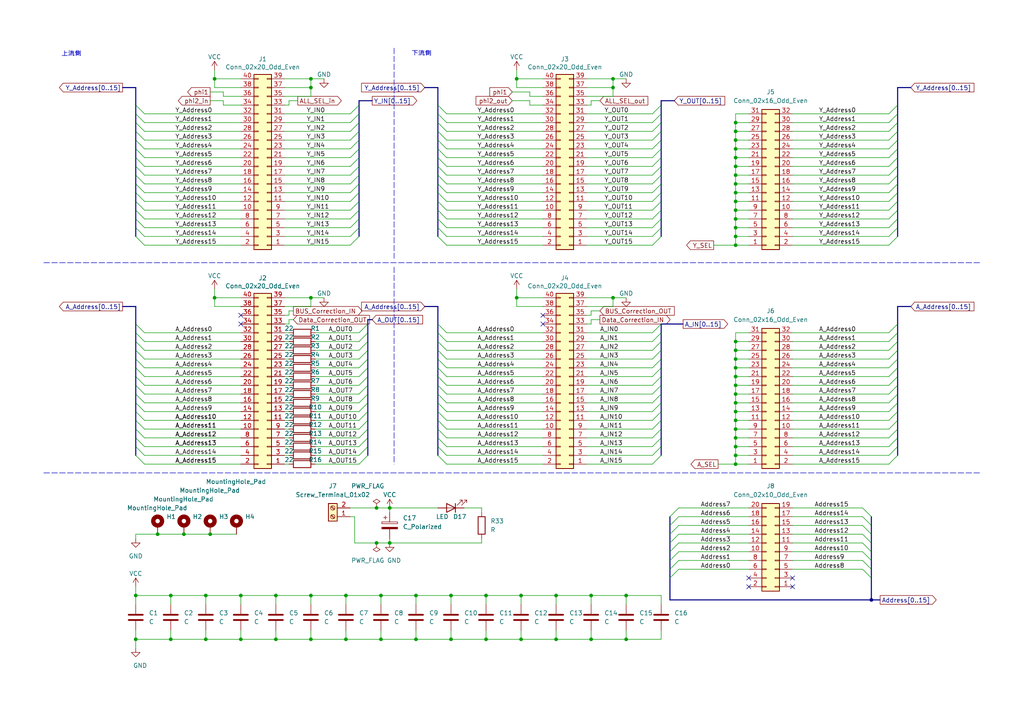
<source format=kicad_sch>
(kicad_sch (version 20211123) (generator eeschema)
  (paper "A4")
  (junction (at 90.17 172.72))
  (junction (at 177.8 22.86))
  (junction (at 109.22 157.48))
  (junction (at 213.36 109.22))
  (junction (at 213.36 38.1))
  (junction (at 213.36 60.96))
  (junction (at 109.22 147.32))
  (junction (at 213.36 129.54))
  (junction (at 213.36 50.8))
  (junction (at 213.36 106.68))
  (junction (at 213.36 63.5))
  (junction (at 69.85 185.42))
  (junction (at 213.36 124.46))
  (junction (at 113.03 157.48))
  (junction (at 213.36 68.58))
  (junction (at 60.96 154.94))
  (junction (at 130.81 172.72))
  (junction (at 140.97 172.72))
  (junction (at 171.45 172.72))
  (junction (at 181.61 185.42))
  (junction (at 161.29 172.72))
  (junction (at 90.17 185.42))
  (junction (at 100.33 185.42))
  (junction (at 161.29 185.42))
  (junction (at 100.33 172.72))
  (junction (at 213.36 35.56))
  (junction (at 177.8 86.36))
  (junction (at 213.36 45.72))
  (junction (at 213.36 121.92))
  (junction (at 45.72 154.94))
  (junction (at 252.73 173.99))
  (junction (at 53.34 154.94))
  (junction (at 39.37 185.42))
  (junction (at 90.17 86.36))
  (junction (at 213.36 71.12))
  (junction (at 120.65 185.42))
  (junction (at 151.13 185.42))
  (junction (at 213.36 104.14))
  (junction (at 171.45 185.42))
  (junction (at 90.17 25.4))
  (junction (at 49.53 172.72))
  (junction (at 213.36 132.08))
  (junction (at 213.36 40.64))
  (junction (at 59.69 185.42))
  (junction (at 39.37 172.72))
  (junction (at 213.36 134.62))
  (junction (at 62.23 86.36))
  (junction (at 110.49 185.42))
  (junction (at 213.36 119.38))
  (junction (at 149.86 22.86))
  (junction (at 140.97 185.42))
  (junction (at 69.85 172.72))
  (junction (at 149.86 86.36))
  (junction (at 213.36 55.88))
  (junction (at 213.36 99.06))
  (junction (at 90.17 22.86))
  (junction (at 213.36 53.34))
  (junction (at 120.65 172.72))
  (junction (at 62.23 22.86))
  (junction (at 213.36 114.3))
  (junction (at 213.36 43.18))
  (junction (at 213.36 66.04))
  (junction (at 213.36 58.42))
  (junction (at 213.36 48.26))
  (junction (at 49.53 185.42))
  (junction (at 213.36 101.6))
  (junction (at 110.49 172.72))
  (junction (at 213.36 127))
  (junction (at 181.61 172.72))
  (junction (at 59.69 172.72))
  (junction (at 80.01 185.42))
  (junction (at 151.13 172.72))
  (junction (at 80.01 172.72))
  (junction (at 177.8 25.4))
  (junction (at 130.81 185.42))
  (junction (at 213.36 116.84))
  (junction (at 113.03 147.32))
  (junction (at 213.36 111.76))
  (no_connect (at 69.85 93.98))
  (no_connect (at 217.17 167.64))
  (no_connect (at 157.48 91.44))
  (no_connect (at 229.87 167.64))
  (no_connect (at 217.17 170.18))
  (no_connect (at 229.87 170.18))
  (no_connect (at 157.48 93.98))
  (no_connect (at 69.85 91.44))
  (bus_entry (at 127 60.96) (size 2.54 2.54))
  (bus_entry (at 39.37 109.22) (size 2.54 2.54))
  (bus_entry (at 127 38.1) (size 2.54 2.54))
  (bus_entry (at 191.77 43.18) (size -2.54 2.54))
  (bus_entry (at 260.35 124.46) (size -2.54 2.54))
  (bus_entry (at 194.31 160.02) (size 2.54 -2.54))
  (bus_entry (at 191.77 30.48) (size -2.54 2.54))
  (bus_entry (at 39.37 114.3) (size 2.54 2.54))
  (bus_entry (at 260.35 60.96) (size -2.54 2.54))
  (bus_entry (at 106.68 111.76) (size -2.54 2.54))
  (bus_entry (at 104.14 35.56) (size -2.54 2.54))
  (bus_entry (at 127 63.5) (size 2.54 2.54))
  (bus_entry (at 260.35 53.34) (size -2.54 2.54))
  (bus_entry (at 127 48.26) (size 2.54 2.54))
  (bus_entry (at 194.31 165.1) (size 2.54 -2.54))
  (bus_entry (at 191.77 129.54) (size -2.54 2.54))
  (bus_entry (at 106.68 119.38) (size -2.54 2.54))
  (bus_entry (at 191.77 124.46) (size -2.54 2.54))
  (bus_entry (at 191.77 53.34) (size -2.54 2.54))
  (bus_entry (at 260.35 111.76) (size -2.54 2.54))
  (bus_entry (at 39.37 99.06) (size 2.54 2.54))
  (bus_entry (at 191.77 119.38) (size -2.54 2.54))
  (bus_entry (at 104.14 45.72) (size -2.54 2.54))
  (bus_entry (at 191.77 106.68) (size -2.54 2.54))
  (bus_entry (at 104.14 48.26) (size -2.54 2.54))
  (bus_entry (at 191.77 58.42) (size -2.54 2.54))
  (bus_entry (at 104.14 66.04) (size -2.54 2.54))
  (bus_entry (at 191.77 63.5) (size -2.54 2.54))
  (bus_entry (at 104.14 30.48) (size -2.54 2.54))
  (bus_entry (at 127 30.48) (size 2.54 2.54))
  (bus_entry (at 104.14 43.18) (size -2.54 2.54))
  (bus_entry (at 260.35 30.48) (size -2.54 2.54))
  (bus_entry (at 260.35 50.8) (size -2.54 2.54))
  (bus_entry (at 39.37 106.68) (size 2.54 2.54))
  (bus_entry (at 191.77 109.22) (size -2.54 2.54))
  (bus_entry (at 194.31 162.56) (size 2.54 -2.54))
  (bus_entry (at 250.19 162.56) (size 2.54 2.54))
  (bus_entry (at 260.35 106.68) (size -2.54 2.54))
  (bus_entry (at 260.35 101.6) (size -2.54 2.54))
  (bus_entry (at 106.68 124.46) (size -2.54 2.54))
  (bus_entry (at 104.14 53.34) (size -2.54 2.54))
  (bus_entry (at 260.35 58.42) (size -2.54 2.54))
  (bus_entry (at 191.77 66.04) (size -2.54 2.54))
  (bus_entry (at 260.35 119.38) (size -2.54 2.54))
  (bus_entry (at 260.35 40.64) (size -2.54 2.54))
  (bus_entry (at 106.68 93.98) (size -2.54 2.54))
  (bus_entry (at 250.19 160.02) (size 2.54 2.54))
  (bus_entry (at 127 50.8) (size 2.54 2.54))
  (bus_entry (at 39.37 96.52) (size 2.54 2.54))
  (bus_entry (at 127 132.08) (size 2.54 2.54))
  (bus_entry (at 191.77 48.26) (size -2.54 2.54))
  (bus_entry (at 191.77 101.6) (size -2.54 2.54))
  (bus_entry (at 191.77 40.64) (size -2.54 2.54))
  (bus_entry (at 127 96.52) (size 2.54 2.54))
  (bus_entry (at 106.68 99.06) (size -2.54 2.54))
  (bus_entry (at 191.77 99.06) (size -2.54 2.54))
  (bus_entry (at 260.35 93.98) (size -2.54 2.54))
  (bus_entry (at 191.77 45.72) (size -2.54 2.54))
  (bus_entry (at 39.37 124.46) (size 2.54 2.54))
  (bus_entry (at 106.68 96.52) (size -2.54 2.54))
  (bus_entry (at 191.77 114.3) (size -2.54 2.54))
  (bus_entry (at 260.35 48.26) (size -2.54 2.54))
  (bus_entry (at 106.68 132.08) (size -2.54 2.54))
  (bus_entry (at 127 106.68) (size 2.54 2.54))
  (bus_entry (at 106.68 116.84) (size -2.54 2.54))
  (bus_entry (at 127 109.22) (size 2.54 2.54))
  (bus_entry (at 260.35 43.18) (size -2.54 2.54))
  (bus_entry (at 127 33.02) (size 2.54 2.54))
  (bus_entry (at 191.77 132.08) (size -2.54 2.54))
  (bus_entry (at 250.19 157.48) (size 2.54 2.54))
  (bus_entry (at 39.37 121.92) (size 2.54 2.54))
  (bus_entry (at 106.68 121.92) (size -2.54 2.54))
  (bus_entry (at 260.35 96.52) (size -2.54 2.54))
  (bus_entry (at 260.35 104.14) (size -2.54 2.54))
  (bus_entry (at 191.77 121.92) (size -2.54 2.54))
  (bus_entry (at 194.31 149.86) (size 2.54 -2.54))
  (bus_entry (at 39.37 111.76) (size 2.54 2.54))
  (bus_entry (at 104.14 33.02) (size -2.54 2.54))
  (bus_entry (at 127 114.3) (size 2.54 2.54))
  (bus_entry (at 127 68.58) (size 2.54 2.54))
  (bus_entry (at 260.35 129.54) (size -2.54 2.54))
  (bus_entry (at 127 40.64) (size 2.54 2.54))
  (bus_entry (at 260.35 63.5) (size -2.54 2.54))
  (bus_entry (at 191.77 93.98) (size -2.54 2.54))
  (bus_entry (at 127 104.14) (size 2.54 2.54))
  (bus_entry (at 260.35 66.04) (size -2.54 2.54))
  (bus_entry (at 191.77 116.84) (size -2.54 2.54))
  (bus_entry (at 260.35 121.92) (size -2.54 2.54))
  (bus_entry (at 104.14 38.1) (size -2.54 2.54))
  (bus_entry (at 127 99.06) (size 2.54 2.54))
  (bus_entry (at 104.14 60.96) (size -2.54 2.54))
  (bus_entry (at 127 111.76) (size 2.54 2.54))
  (bus_entry (at 127 116.84) (size 2.54 2.54))
  (bus_entry (at 39.37 119.38) (size 2.54 2.54))
  (bus_entry (at 104.14 63.5) (size -2.54 2.54))
  (bus_entry (at 191.77 60.96) (size -2.54 2.54))
  (bus_entry (at 191.77 35.56) (size -2.54 2.54))
  (bus_entry (at 127 58.42) (size 2.54 2.54))
  (bus_entry (at 250.19 154.94) (size 2.54 2.54))
  (bus_entry (at 191.77 50.8) (size -2.54 2.54))
  (bus_entry (at 191.77 68.58) (size -2.54 2.54))
  (bus_entry (at 127 101.6) (size 2.54 2.54))
  (bus_entry (at 191.77 38.1) (size -2.54 2.54))
  (bus_entry (at 104.14 50.8) (size -2.54 2.54))
  (bus_entry (at 260.35 116.84) (size -2.54 2.54))
  (bus_entry (at 127 35.56) (size 2.54 2.54))
  (bus_entry (at 260.35 132.08) (size -2.54 2.54))
  (bus_entry (at 106.68 106.68) (size -2.54 2.54))
  (bus_entry (at 250.19 149.86) (size 2.54 2.54))
  (bus_entry (at 127 43.18) (size 2.54 2.54))
  (bus_entry (at 260.35 109.22) (size -2.54 2.54))
  (bus_entry (at 191.77 127) (size -2.54 2.54))
  (bus_entry (at 191.77 96.52) (size -2.54 2.54))
  (bus_entry (at 106.68 101.6) (size -2.54 2.54))
  (bus_entry (at 194.31 167.64) (size 2.54 -2.54))
  (bus_entry (at 106.68 114.3) (size -2.54 2.54))
  (bus_entry (at 250.19 165.1) (size 2.54 2.54))
  (bus_entry (at 39.37 116.84) (size 2.54 2.54))
  (bus_entry (at 127 124.46) (size 2.54 2.54))
  (bus_entry (at 106.68 104.14) (size -2.54 2.54))
  (bus_entry (at 127 55.88) (size 2.54 2.54))
  (bus_entry (at 260.35 99.06) (size -2.54 2.54))
  (bus_entry (at 106.68 129.54) (size -2.54 2.54))
  (bus_entry (at 104.14 55.88) (size -2.54 2.54))
  (bus_entry (at 260.35 35.56) (size -2.54 2.54))
  (bus_entry (at 260.35 33.02) (size -2.54 2.54))
  (bus_entry (at 106.68 109.22) (size -2.54 2.54))
  (bus_entry (at 127 121.92) (size 2.54 2.54))
  (bus_entry (at 194.31 157.48) (size 2.54 -2.54))
  (bus_entry (at 39.37 104.14) (size 2.54 2.54))
  (bus_entry (at 191.77 33.02) (size -2.54 2.54))
  (bus_entry (at 127 129.54) (size 2.54 2.54))
  (bus_entry (at 127 119.38) (size 2.54 2.54))
  (bus_entry (at 194.31 154.94) (size 2.54 -2.54))
  (bus_entry (at 260.35 127) (size -2.54 2.54))
  (bus_entry (at 127 66.04) (size 2.54 2.54))
  (bus_entry (at 39.37 93.98) (size 2.54 2.54))
  (bus_entry (at 260.35 114.3) (size -2.54 2.54))
  (bus_entry (at 39.37 127) (size 2.54 2.54))
  (bus_entry (at 39.37 132.08) (size 2.54 2.54))
  (bus_entry (at 191.77 55.88) (size -2.54 2.54))
  (bus_entry (at 104.14 40.64) (size -2.54 2.54))
  (bus_entry (at 127 127) (size 2.54 2.54))
  (bus_entry (at 260.35 68.58) (size -2.54 2.54))
  (bus_entry (at 106.68 127) (size -2.54 2.54))
  (bus_entry (at 127 53.34) (size 2.54 2.54))
  (bus_entry (at 191.77 104.14) (size -2.54 2.54))
  (bus_entry (at 260.35 45.72) (size -2.54 2.54))
  (bus_entry (at 260.35 55.88) (size -2.54 2.54))
  (bus_entry (at 104.14 68.58) (size -2.54 2.54))
  (bus_entry (at 260.35 38.1) (size -2.54 2.54))
  (bus_entry (at 250.19 147.32) (size 2.54 2.54))
  (bus_entry (at 104.14 58.42) (size -2.54 2.54))
  (bus_entry (at 39.37 101.6) (size 2.54 2.54))
  (bus_entry (at 191.77 111.76) (size -2.54 2.54))
  (bus_entry (at 127 45.72) (size 2.54 2.54))
  (bus_entry (at 250.19 152.4) (size 2.54 2.54))
  (bus_entry (at 39.37 38.1) (size 2.54 2.54))
  (bus_entry (at 39.37 40.64) (size 2.54 2.54))
  (bus_entry (at 39.37 35.56) (size 2.54 2.54))
  (bus_entry (at 39.37 30.48) (size 2.54 2.54))
  (bus_entry (at 39.37 33.02) (size 2.54 2.54))
  (bus_entry (at 39.37 66.04) (size 2.54 2.54))
  (bus_entry (at 39.37 43.18) (size 2.54 2.54))
  (bus_entry (at 39.37 48.26) (size 2.54 2.54))
  (bus_entry (at 39.37 55.88) (size 2.54 2.54))
  (bus_entry (at 39.37 45.72) (size 2.54 2.54))
  (bus_entry (at 39.37 60.96) (size 2.54 2.54))
  (bus_entry (at 39.37 63.5) (size 2.54 2.54))
  (bus_entry (at 39.37 68.58) (size 2.54 2.54))
  (bus_entry (at 39.37 53.34) (size 2.54 2.54))
  (bus_entry (at 39.37 50.8) (size 2.54 2.54))
  (bus_entry (at 39.37 58.42) (size 2.54 2.54))
  (bus_entry (at 39.37 129.54) (size 2.54 2.54))
  (bus_entry (at 127 93.98) (size 2.54 2.54))
  (bus_entry (at 194.31 152.4) (size 2.54 -2.54))
  (wire (pts (xy 83.82 109.22) (xy 82.55 109.22)))
  (bus (pts (xy 106.68 111.76) (xy 106.68 114.3)))
  (wire (pts (xy 82.55 50.8) (xy 101.6 50.8)))
  (bus (pts (xy 39.37 114.3) (xy 39.37 116.84)))
  (wire (pts (xy 83.82 101.6) (xy 82.55 101.6)))
  (wire (pts (xy 41.91 50.8) (xy 69.85 50.8)))
  (wire (pts (xy 120.65 182.88) (xy 120.65 185.42)))
  (wire (pts (xy 90.17 86.36) (xy 82.55 86.36)))
  (wire (pts (xy 82.55 55.88) (xy 101.6 55.88)))
  (bus (pts (xy 260.35 104.14) (xy 260.35 101.6)))
  (wire (pts (xy 181.61 86.36) (xy 177.8 86.36)))
  (bus (pts (xy 127 35.56) (xy 127 33.02)))
  (wire (pts (xy 69.85 182.88) (xy 69.85 185.42)))
  (wire (pts (xy 181.61 172.72) (xy 191.77 172.72)))
  (wire (pts (xy 39.37 187.96) (xy 39.37 185.42)))
  (bus (pts (xy 127 40.64) (xy 127 38.1)))
  (bus (pts (xy 39.37 68.58) (xy 39.37 66.04)))
  (bus (pts (xy 104.14 35.56) (xy 104.14 38.1)))
  (wire (pts (xy 257.81 35.56) (xy 229.87 35.56)))
  (wire (pts (xy 68.58 154.94) (xy 60.96 154.94)))
  (wire (pts (xy 213.36 119.38) (xy 213.36 121.92)))
  (bus (pts (xy 39.37 50.8) (xy 39.37 48.26)))
  (bus (pts (xy 191.77 33.02) (xy 191.77 35.56)))
  (wire (pts (xy 170.18 68.58) (xy 189.23 68.58)))
  (wire (pts (xy 129.54 104.14) (xy 157.48 104.14)))
  (wire (pts (xy 181.61 22.86) (xy 177.8 22.86)))
  (bus (pts (xy 127 106.68) (xy 127 104.14)))
  (wire (pts (xy 170.18 132.08) (xy 189.23 132.08)))
  (wire (pts (xy 60.96 29.21) (xy 64.77 29.21)))
  (wire (pts (xy 82.55 93.98) (xy 83.82 93.98)))
  (wire (pts (xy 213.36 114.3) (xy 217.17 114.3)))
  (bus (pts (xy 127 101.6) (xy 127 99.06)))
  (bus (pts (xy 191.77 129.54) (xy 191.77 132.08)))
  (wire (pts (xy 170.18 96.52) (xy 189.23 96.52)))
  (bus (pts (xy 194.31 160.02) (xy 194.31 162.56)))
  (bus (pts (xy 39.37 96.52) (xy 39.37 93.98)))
  (wire (pts (xy 191.77 172.72) (xy 191.77 175.26)))
  (wire (pts (xy 91.44 106.68) (xy 104.14 106.68)))
  (polyline (pts (xy 114.3 77.47) (xy 114.3 134.62)))
  (bus (pts (xy 260.35 40.64) (xy 260.35 38.1)))
  (wire (pts (xy 213.36 96.52) (xy 213.36 99.06)))
  (wire (pts (xy 129.54 96.52) (xy 157.48 96.52)))
  (wire (pts (xy 229.87 149.86) (xy 250.19 149.86)))
  (bus (pts (xy 104.14 48.26) (xy 104.14 50.8)))
  (wire (pts (xy 91.44 104.14) (xy 104.14 104.14)))
  (bus (pts (xy 260.35 38.1) (xy 260.35 35.56)))
  (wire (pts (xy 170.18 40.64) (xy 189.23 40.64)))
  (wire (pts (xy 82.55 58.42) (xy 101.6 58.42)))
  (wire (pts (xy 208.28 134.62) (xy 213.36 134.62)))
  (wire (pts (xy 161.29 185.42) (xy 171.45 185.42)))
  (bus (pts (xy 260.35 99.06) (xy 260.35 96.52)))
  (bus (pts (xy 104.14 53.34) (xy 104.14 55.88)))
  (wire (pts (xy 170.18 116.84) (xy 189.23 116.84)))
  (bus (pts (xy 191.77 121.92) (xy 191.77 124.46)))
  (wire (pts (xy 91.44 129.54) (xy 104.14 129.54)))
  (bus (pts (xy 127 116.84) (xy 127 114.3)))
  (wire (pts (xy 45.72 154.94) (xy 39.37 154.94)))
  (wire (pts (xy 129.54 121.92) (xy 157.48 121.92)))
  (wire (pts (xy 149.86 20.32) (xy 149.86 22.86)))
  (wire (pts (xy 157.48 86.36) (xy 149.86 86.36)))
  (bus (pts (xy 106.68 114.3) (xy 106.68 116.84)))
  (wire (pts (xy 90.17 27.94) (xy 90.17 25.4)))
  (wire (pts (xy 83.82 127) (xy 82.55 127)))
  (bus (pts (xy 104.14 30.48) (xy 104.14 33.02)))
  (bus (pts (xy 106.68 104.14) (xy 106.68 106.68)))
  (bus (pts (xy 127 114.3) (xy 127 111.76)))
  (bus (pts (xy 191.77 60.96) (xy 191.77 63.5)))
  (wire (pts (xy 80.01 172.72) (xy 80.01 175.26)))
  (wire (pts (xy 213.36 55.88) (xy 213.36 58.42)))
  (bus (pts (xy 252.73 173.99) (xy 255.27 173.99)))
  (bus (pts (xy 39.37 129.54) (xy 39.37 127)))
  (wire (pts (xy 49.53 182.88) (xy 49.53 185.42)))
  (wire (pts (xy 170.18 53.34) (xy 189.23 53.34)))
  (wire (pts (xy 213.36 99.06) (xy 217.17 99.06)))
  (wire (pts (xy 213.36 101.6) (xy 213.36 104.14)))
  (wire (pts (xy 177.8 27.94) (xy 177.8 25.4)))
  (wire (pts (xy 82.55 33.02) (xy 101.6 33.02)))
  (wire (pts (xy 91.44 132.08) (xy 104.14 132.08)))
  (bus (pts (xy 191.77 127) (xy 191.77 129.54)))
  (wire (pts (xy 62.23 20.32) (xy 62.23 22.86)))
  (bus (pts (xy 191.77 48.26) (xy 191.77 50.8)))
  (bus (pts (xy 127 93.98) (xy 127 88.9)))
  (wire (pts (xy 170.18 55.88) (xy 189.23 55.88)))
  (bus (pts (xy 194.31 165.1) (xy 194.31 167.64)))
  (wire (pts (xy 170.18 63.5) (xy 189.23 63.5)))
  (wire (pts (xy 213.36 104.14) (xy 213.36 106.68)))
  (wire (pts (xy 257.81 66.04) (xy 229.87 66.04)))
  (wire (pts (xy 91.44 101.6) (xy 104.14 101.6)))
  (wire (pts (xy 217.17 33.02) (xy 213.36 33.02)))
  (bus (pts (xy 260.35 63.5) (xy 260.35 60.96)))
  (bus (pts (xy 39.37 66.04) (xy 39.37 63.5)))
  (bus (pts (xy 191.77 96.52) (xy 191.77 99.06)))
  (wire (pts (xy 213.36 68.58) (xy 217.17 68.58)))
  (wire (pts (xy 91.44 111.76) (xy 104.14 111.76)))
  (wire (pts (xy 82.55 53.34) (xy 101.6 53.34)))
  (wire (pts (xy 257.81 71.12) (xy 229.87 71.12)))
  (wire (pts (xy 90.17 172.72) (xy 90.17 175.26)))
  (wire (pts (xy 213.36 121.92) (xy 213.36 124.46)))
  (bus (pts (xy 191.77 106.68) (xy 191.77 109.22)))
  (wire (pts (xy 229.87 152.4) (xy 250.19 152.4)))
  (bus (pts (xy 127 38.1) (xy 127 35.56)))
  (wire (pts (xy 191.77 182.88) (xy 191.77 185.42)))
  (wire (pts (xy 213.36 127) (xy 213.36 129.54)))
  (wire (pts (xy 80.01 185.42) (xy 90.17 185.42)))
  (wire (pts (xy 161.29 172.72) (xy 171.45 172.72)))
  (wire (pts (xy 41.91 106.68) (xy 69.85 106.68)))
  (bus (pts (xy 194.31 149.86) (xy 194.31 152.4)))
  (wire (pts (xy 129.54 35.56) (xy 157.48 35.56)))
  (bus (pts (xy 39.37 116.84) (xy 39.37 119.38)))
  (wire (pts (xy 139.7 156.21) (xy 139.7 157.48)))
  (bus (pts (xy 35.56 88.9) (xy 39.37 88.9)))
  (bus (pts (xy 104.14 45.72) (xy 104.14 48.26)))
  (wire (pts (xy 100.33 172.72) (xy 100.33 175.26)))
  (wire (pts (xy 129.54 99.06) (xy 157.48 99.06)))
  (wire (pts (xy 257.81 33.02) (xy 229.87 33.02)))
  (bus (pts (xy 39.37 33.02) (xy 39.37 30.48)))
  (bus (pts (xy 39.37 48.26) (xy 39.37 45.72)))
  (wire (pts (xy 83.82 96.52) (xy 82.55 96.52)))
  (wire (pts (xy 129.54 63.5) (xy 157.48 63.5)))
  (wire (pts (xy 83.82 106.68) (xy 82.55 106.68)))
  (wire (pts (xy 177.8 88.9) (xy 170.18 88.9)))
  (wire (pts (xy 171.45 90.17) (xy 173.99 90.17)))
  (bus (pts (xy 39.37 132.08) (xy 39.37 129.54)))
  (wire (pts (xy 213.36 106.68) (xy 213.36 109.22)))
  (wire (pts (xy 59.69 172.72) (xy 69.85 172.72)))
  (wire (pts (xy 69.85 185.42) (xy 80.01 185.42)))
  (wire (pts (xy 39.37 170.18) (xy 39.37 172.72)))
  (wire (pts (xy 91.44 134.62) (xy 104.14 134.62)))
  (bus (pts (xy 127 127) (xy 127 124.46)))
  (wire (pts (xy 171.45 182.88) (xy 171.45 185.42)))
  (wire (pts (xy 157.48 88.9) (xy 149.86 88.9)))
  (wire (pts (xy 257.81 104.14) (xy 229.87 104.14)))
  (wire (pts (xy 120.65 172.72) (xy 120.65 175.26)))
  (wire (pts (xy 229.87 154.94) (xy 250.19 154.94)))
  (wire (pts (xy 213.36 60.96) (xy 213.36 63.5)))
  (wire (pts (xy 60.96 26.67) (xy 64.77 26.67)))
  (wire (pts (xy 41.91 40.64) (xy 69.85 40.64)))
  (wire (pts (xy 213.36 38.1) (xy 213.36 40.64)))
  (wire (pts (xy 213.36 45.72) (xy 213.36 48.26)))
  (bus (pts (xy 191.77 116.84) (xy 191.77 119.38)))
  (bus (pts (xy 260.35 96.52) (xy 260.35 93.98)))
  (wire (pts (xy 213.36 68.58) (xy 213.36 71.12)))
  (wire (pts (xy 151.13 185.42) (xy 161.29 185.42)))
  (polyline (pts (xy 114.3 13.97) (xy 114.3 74.93)))
  (wire (pts (xy 257.81 134.62) (xy 229.87 134.62)))
  (wire (pts (xy 41.91 114.3) (xy 69.85 114.3)))
  (wire (pts (xy 101.6 147.32) (xy 109.22 147.32)))
  (bus (pts (xy 39.37 104.14) (xy 39.37 101.6)))
  (wire (pts (xy 229.87 147.32) (xy 250.19 147.32)))
  (bus (pts (xy 260.35 66.04) (xy 260.35 63.5)))
  (wire (pts (xy 170.18 104.14) (xy 189.23 104.14)))
  (wire (pts (xy 181.61 172.72) (xy 181.61 175.26)))
  (wire (pts (xy 90.17 22.86) (xy 82.55 22.86)))
  (wire (pts (xy 170.18 124.46) (xy 189.23 124.46)))
  (wire (pts (xy 129.54 40.64) (xy 157.48 40.64)))
  (wire (pts (xy 129.54 58.42) (xy 157.48 58.42)))
  (wire (pts (xy 177.8 22.86) (xy 170.18 22.86)))
  (wire (pts (xy 213.36 121.92) (xy 217.17 121.92)))
  (bus (pts (xy 107.95 92.71) (xy 106.68 92.71)))
  (wire (pts (xy 109.22 157.48) (xy 113.03 157.48)))
  (wire (pts (xy 129.54 33.02) (xy 157.48 33.02)))
  (wire (pts (xy 127 147.32) (xy 113.03 147.32)))
  (bus (pts (xy 260.35 129.54) (xy 260.35 127)))
  (wire (pts (xy 213.36 111.76) (xy 213.36 114.3)))
  (wire (pts (xy 113.03 157.48) (xy 139.7 157.48)))
  (bus (pts (xy 127 109.22) (xy 127 106.68)))
  (wire (pts (xy 83.82 129.54) (xy 82.55 129.54)))
  (wire (pts (xy 91.44 124.46) (xy 104.14 124.46)))
  (wire (pts (xy 177.8 22.86) (xy 177.8 25.4)))
  (bus (pts (xy 191.77 40.64) (xy 191.77 43.18)))
  (wire (pts (xy 257.81 38.1) (xy 229.87 38.1)))
  (bus (pts (xy 106.68 119.38) (xy 106.68 121.92)))
  (bus (pts (xy 194.31 157.48) (xy 194.31 160.02)))
  (wire (pts (xy 39.37 172.72) (xy 39.37 175.26)))
  (bus (pts (xy 260.35 48.26) (xy 260.35 45.72)))
  (bus (pts (xy 260.35 50.8) (xy 260.35 48.26)))
  (wire (pts (xy 62.23 83.82) (xy 62.23 86.36)))
  (bus (pts (xy 106.68 127) (xy 106.68 129.54)))
  (wire (pts (xy 129.54 134.62) (xy 157.48 134.62)))
  (bus (pts (xy 39.37 63.5) (xy 39.37 60.96)))
  (bus (pts (xy 191.77 119.38) (xy 191.77 121.92)))
  (wire (pts (xy 257.81 45.72) (xy 229.87 45.72)))
  (wire (pts (xy 157.48 22.86) (xy 149.86 22.86)))
  (wire (pts (xy 41.91 104.14) (xy 69.85 104.14)))
  (wire (pts (xy 257.81 121.92) (xy 229.87 121.92)))
  (wire (pts (xy 80.01 182.88) (xy 80.01 185.42)))
  (wire (pts (xy 170.18 48.26) (xy 189.23 48.26)))
  (wire (pts (xy 171.45 185.42) (xy 181.61 185.42)))
  (bus (pts (xy 127 33.02) (xy 127 30.48)))
  (wire (pts (xy 170.18 109.22) (xy 189.23 109.22)))
  (wire (pts (xy 170.18 60.96) (xy 189.23 60.96)))
  (wire (pts (xy 213.36 66.04) (xy 217.17 66.04)))
  (wire (pts (xy 149.86 83.82) (xy 149.86 86.36)))
  (wire (pts (xy 213.36 106.68) (xy 217.17 106.68)))
  (wire (pts (xy 41.91 38.1) (xy 69.85 38.1)))
  (wire (pts (xy 83.82 134.62) (xy 82.55 134.62)))
  (wire (pts (xy 196.85 149.86) (xy 217.17 149.86)))
  (wire (pts (xy 69.85 86.36) (xy 62.23 86.36)))
  (bus (pts (xy 260.35 127) (xy 260.35 124.46)))
  (wire (pts (xy 41.91 134.62) (xy 69.85 134.62)))
  (wire (pts (xy 69.85 88.9) (xy 62.23 88.9)))
  (wire (pts (xy 151.13 172.72) (xy 161.29 172.72)))
  (wire (pts (xy 120.65 185.42) (xy 130.81 185.42)))
  (wire (pts (xy 90.17 172.72) (xy 100.33 172.72)))
  (wire (pts (xy 53.34 154.94) (xy 45.72 154.94)))
  (bus (pts (xy 39.37 111.76) (xy 39.37 109.22)))
  (wire (pts (xy 196.85 160.02) (xy 217.17 160.02)))
  (wire (pts (xy 69.85 25.4) (xy 62.23 25.4)))
  (wire (pts (xy 257.81 60.96) (xy 229.87 60.96)))
  (wire (pts (xy 110.49 185.42) (xy 120.65 185.42)))
  (wire (pts (xy 83.82 111.76) (xy 82.55 111.76)))
  (wire (pts (xy 170.18 93.98) (xy 171.45 93.98)))
  (bus (pts (xy 106.68 101.6) (xy 106.68 104.14)))
  (wire (pts (xy 257.81 68.58) (xy 229.87 68.58)))
  (wire (pts (xy 100.33 172.72) (xy 110.49 172.72)))
  (wire (pts (xy 90.17 22.86) (xy 90.17 25.4)))
  (bus (pts (xy 191.77 114.3) (xy 191.77 116.84)))
  (bus (pts (xy 39.37 93.98) (xy 39.37 88.9)))
  (wire (pts (xy 90.17 185.42) (xy 100.33 185.42)))
  (bus (pts (xy 106.68 129.54) (xy 106.68 132.08)))
  (bus (pts (xy 252.73 160.02) (xy 252.73 162.56)))
  (wire (pts (xy 109.22 147.32) (xy 113.03 147.32)))
  (wire (pts (xy 170.18 50.8) (xy 189.23 50.8)))
  (bus (pts (xy 252.73 152.4) (xy 252.73 154.94)))
  (wire (pts (xy 110.49 172.72) (xy 110.49 175.26)))
  (wire (pts (xy 49.53 172.72) (xy 49.53 175.26)))
  (wire (pts (xy 139.7 147.32) (xy 139.7 148.59)))
  (bus (pts (xy 104.14 58.42) (xy 104.14 60.96)))
  (wire (pts (xy 213.36 40.64) (xy 213.36 43.18)))
  (bus (pts (xy 260.35 68.58) (xy 260.35 66.04)))
  (bus (pts (xy 252.73 162.56) (xy 252.73 165.1)))
  (wire (pts (xy 82.55 68.58) (xy 101.6 68.58)))
  (bus (pts (xy 106.68 124.46) (xy 106.68 127)))
  (wire (pts (xy 59.69 185.42) (xy 69.85 185.42)))
  (wire (pts (xy 171.45 91.44) (xy 170.18 91.44)))
  (bus (pts (xy 39.37 101.6) (xy 39.37 99.06)))
  (bus (pts (xy 127 111.76) (xy 127 109.22)))
  (wire (pts (xy 60.96 154.94) (xy 53.34 154.94)))
  (wire (pts (xy 129.54 101.6) (xy 157.48 101.6)))
  (wire (pts (xy 213.36 33.02) (xy 213.36 35.56)))
  (wire (pts (xy 161.29 182.88) (xy 161.29 185.42)))
  (wire (pts (xy 213.36 53.34) (xy 217.17 53.34)))
  (bus (pts (xy 39.37 109.22) (xy 39.37 106.68)))
  (bus (pts (xy 191.77 109.22) (xy 191.77 111.76)))
  (wire (pts (xy 41.91 53.34) (xy 69.85 53.34)))
  (bus (pts (xy 194.31 152.4) (xy 194.31 154.94)))
  (bus (pts (xy 39.37 127) (xy 39.37 124.46)))
  (bus (pts (xy 194.31 162.56) (xy 194.31 165.1)))
  (bus (pts (xy 252.73 167.64) (xy 252.73 173.99)))
  (bus (pts (xy 104.14 40.64) (xy 104.14 43.18)))
  (bus (pts (xy 35.56 25.4) (xy 39.37 25.4)))
  (bus (pts (xy 127 96.52) (xy 127 93.98)))
  (wire (pts (xy 207.01 71.12) (xy 213.36 71.12)))
  (wire (pts (xy 213.36 119.38) (xy 217.17 119.38)))
  (wire (pts (xy 129.54 45.72) (xy 157.48 45.72)))
  (wire (pts (xy 153.67 30.48) (xy 157.48 30.48)))
  (bus (pts (xy 106.68 121.92) (xy 106.68 124.46)))
  (bus (pts (xy 127 121.92) (xy 127 119.38)))
  (wire (pts (xy 129.54 116.84) (xy 157.48 116.84)))
  (bus (pts (xy 104.14 33.02) (xy 104.14 35.56)))
  (wire (pts (xy 140.97 172.72) (xy 140.97 175.26)))
  (wire (pts (xy 113.03 156.21) (xy 113.03 157.48)))
  (bus (pts (xy 252.73 149.86) (xy 252.73 152.4)))
  (bus (pts (xy 191.77 45.72) (xy 191.77 48.26)))
  (bus (pts (xy 260.35 93.98) (xy 260.35 88.9)))
  (wire (pts (xy 41.91 43.18) (xy 69.85 43.18)))
  (bus (pts (xy 260.35 43.18) (xy 260.35 40.64)))
  (wire (pts (xy 170.18 27.94) (xy 177.8 27.94)))
  (bus (pts (xy 104.14 63.5) (xy 104.14 66.04)))
  (wire (pts (xy 213.36 111.76) (xy 217.17 111.76)))
  (wire (pts (xy 110.49 182.88) (xy 110.49 185.42)))
  (wire (pts (xy 257.81 132.08) (xy 229.87 132.08)))
  (wire (pts (xy 90.17 86.36) (xy 90.17 88.9)))
  (wire (pts (xy 171.45 29.21) (xy 171.45 30.48)))
  (wire (pts (xy 93.98 86.36) (xy 90.17 86.36)))
  (wire (pts (xy 213.36 45.72) (xy 217.17 45.72)))
  (wire (pts (xy 85.09 92.71) (xy 83.82 92.71)))
  (wire (pts (xy 213.36 55.88) (xy 217.17 55.88)))
  (bus (pts (xy 127 119.38) (xy 127 116.84)))
  (wire (pts (xy 82.55 63.5) (xy 101.6 63.5)))
  (wire (pts (xy 91.44 109.22) (xy 104.14 109.22)))
  (wire (pts (xy 41.91 71.12) (xy 69.85 71.12)))
  (wire (pts (xy 213.36 104.14) (xy 217.17 104.14)))
  (wire (pts (xy 130.81 185.42) (xy 140.97 185.42)))
  (wire (pts (xy 83.82 99.06) (xy 82.55 99.06)))
  (wire (pts (xy 82.55 38.1) (xy 101.6 38.1)))
  (wire (pts (xy 113.03 147.32) (xy 113.03 148.59)))
  (bus (pts (xy 127 66.04) (xy 127 63.5)))
  (wire (pts (xy 41.91 48.26) (xy 69.85 48.26)))
  (bus (pts (xy 39.37 40.64) (xy 39.37 38.1)))
  (wire (pts (xy 69.85 172.72) (xy 69.85 175.26)))
  (bus (pts (xy 194.31 173.99) (xy 252.73 173.99)))
  (bus (pts (xy 104.14 38.1) (xy 104.14 40.64)))
  (wire (pts (xy 213.36 63.5) (xy 217.17 63.5)))
  (wire (pts (xy 41.91 116.84) (xy 69.85 116.84)))
  (wire (pts (xy 257.81 99.06) (xy 229.87 99.06)))
  (bus (pts (xy 191.77 101.6) (xy 191.77 104.14)))
  (wire (pts (xy 229.87 157.48) (xy 250.19 157.48)))
  (wire (pts (xy 91.44 96.52) (xy 104.14 96.52)))
  (wire (pts (xy 213.36 43.18) (xy 217.17 43.18)))
  (wire (pts (xy 151.13 172.72) (xy 151.13 175.26)))
  (bus (pts (xy 191.77 58.42) (xy 191.77 60.96)))
  (wire (pts (xy 90.17 182.88) (xy 90.17 185.42)))
  (bus (pts (xy 104.14 43.18) (xy 104.14 45.72)))
  (wire (pts (xy 91.44 99.06) (xy 104.14 99.06)))
  (wire (pts (xy 170.18 106.68) (xy 189.23 106.68)))
  (wire (pts (xy 257.81 58.42) (xy 229.87 58.42)))
  (bus (pts (xy 106.68 106.68) (xy 106.68 109.22)))
  (wire (pts (xy 257.81 109.22) (xy 229.87 109.22)))
  (bus (pts (xy 104.14 50.8) (xy 104.14 53.34)))
  (wire (pts (xy 213.36 114.3) (xy 213.36 116.84)))
  (wire (pts (xy 153.67 27.94) (xy 157.48 27.94)))
  (wire (pts (xy 41.91 66.04) (xy 69.85 66.04)))
  (wire (pts (xy 257.81 55.88) (xy 229.87 55.88)))
  (wire (pts (xy 100.33 182.88) (xy 100.33 185.42)))
  (wire (pts (xy 129.54 114.3) (xy 157.48 114.3)))
  (wire (pts (xy 82.55 30.48) (xy 83.82 30.48)))
  (wire (pts (xy 134.62 147.32) (xy 139.7 147.32)))
  (wire (pts (xy 129.54 111.76) (xy 157.48 111.76)))
  (bus (pts (xy 191.77 66.04) (xy 191.77 68.58)))
  (wire (pts (xy 102.87 149.86) (xy 102.87 157.48)))
  (wire (pts (xy 170.18 33.02) (xy 189.23 33.02)))
  (wire (pts (xy 82.55 40.64) (xy 101.6 40.64)))
  (wire (pts (xy 129.54 127) (xy 157.48 127)))
  (wire (pts (xy 129.54 60.96) (xy 157.48 60.96)))
  (wire (pts (xy 91.44 114.3) (xy 104.14 114.3)))
  (bus (pts (xy 127 53.34) (xy 127 50.8)))
  (bus (pts (xy 191.77 53.34) (xy 191.77 55.88)))
  (wire (pts (xy 129.54 55.88) (xy 157.48 55.88)))
  (wire (pts (xy 213.36 127) (xy 217.17 127)))
  (wire (pts (xy 41.91 60.96) (xy 69.85 60.96)))
  (wire (pts (xy 257.81 40.64) (xy 229.87 40.64)))
  (bus (pts (xy 191.77 29.21) (xy 191.77 30.48)))
  (wire (pts (xy 59.69 172.72) (xy 59.69 175.26)))
  (bus (pts (xy 127 129.54) (xy 127 127)))
  (wire (pts (xy 157.48 25.4) (xy 149.86 25.4)))
  (wire (pts (xy 148.59 29.21) (xy 153.67 29.21)))
  (wire (pts (xy 39.37 185.42) (xy 49.53 185.42)))
  (bus (pts (xy 260.35 121.92) (xy 260.35 119.38)))
  (wire (pts (xy 170.18 43.18) (xy 189.23 43.18)))
  (wire (pts (xy 62.23 86.36) (xy 62.23 88.9)))
  (wire (pts (xy 82.55 35.56) (xy 101.6 35.56)))
  (bus (pts (xy 127 124.46) (xy 127 121.92)))
  (bus (pts (xy 252.73 165.1) (xy 252.73 167.64)))
  (wire (pts (xy 170.18 111.76) (xy 189.23 111.76)))
  (wire (pts (xy 149.86 22.86) (xy 149.86 25.4)))
  (wire (pts (xy 83.82 90.17) (xy 85.09 90.17)))
  (bus (pts (xy 260.35 109.22) (xy 260.35 106.68)))
  (wire (pts (xy 39.37 185.42) (xy 39.37 182.88)))
  (wire (pts (xy 59.69 182.88) (xy 59.69 185.42)))
  (bus (pts (xy 198.12 93.98) (xy 191.77 93.98)))
  (wire (pts (xy 257.81 48.26) (xy 229.87 48.26)))
  (wire (pts (xy 257.81 127) (xy 229.87 127)))
  (wire (pts (xy 82.55 60.96) (xy 101.6 60.96)))
  (wire (pts (xy 213.36 48.26) (xy 217.17 48.26)))
  (wire (pts (xy 82.55 71.12) (xy 101.6 71.12)))
  (wire (pts (xy 41.91 129.54) (xy 69.85 129.54)))
  (wire (pts (xy 153.67 26.67) (xy 153.67 27.94)))
  (wire (pts (xy 62.23 22.86) (xy 62.23 25.4)))
  (bus (pts (xy 127 99.06) (xy 127 96.52)))
  (wire (pts (xy 49.53 185.42) (xy 59.69 185.42)))
  (wire (pts (xy 83.82 92.71) (xy 83.82 93.98)))
  (wire (pts (xy 41.91 63.5) (xy 69.85 63.5)))
  (wire (pts (xy 213.36 58.42) (xy 217.17 58.42)))
  (wire (pts (xy 83.82 104.14) (xy 82.55 104.14)))
  (wire (pts (xy 64.77 29.21) (xy 64.77 30.48)))
  (bus (pts (xy 260.35 30.48) (xy 260.35 25.4)))
  (wire (pts (xy 82.55 48.26) (xy 101.6 48.26)))
  (wire (pts (xy 213.36 124.46) (xy 213.36 127)))
  (wire (pts (xy 177.8 86.36) (xy 177.8 88.9)))
  (wire (pts (xy 90.17 88.9) (xy 82.55 88.9)))
  (bus (pts (xy 191.77 63.5) (xy 191.77 66.04)))
  (wire (pts (xy 171.45 92.71) (xy 171.45 93.98)))
  (wire (pts (xy 213.36 53.34) (xy 213.36 55.88)))
  (bus (pts (xy 39.37 45.72) (xy 39.37 43.18)))
  (bus (pts (xy 260.35 101.6) (xy 260.35 99.06)))
  (wire (pts (xy 173.99 92.71) (xy 171.45 92.71)))
  (wire (pts (xy 170.18 121.92) (xy 189.23 121.92)))
  (wire (pts (xy 229.87 165.1) (xy 250.19 165.1)))
  (bus (pts (xy 127 50.8) (xy 127 48.26)))
  (wire (pts (xy 229.87 162.56) (xy 250.19 162.56)))
  (wire (pts (xy 83.82 30.48) (xy 83.82 29.21)))
  (bus (pts (xy 104.14 66.04) (xy 104.14 68.58)))
  (wire (pts (xy 213.36 129.54) (xy 217.17 129.54)))
  (wire (pts (xy 257.81 63.5) (xy 229.87 63.5)))
  (wire (pts (xy 82.55 45.72) (xy 101.6 45.72)))
  (wire (pts (xy 196.85 154.94) (xy 217.17 154.94)))
  (bus (pts (xy 39.37 121.92) (xy 39.37 119.38)))
  (wire (pts (xy 91.44 119.38) (xy 104.14 119.38)))
  (bus (pts (xy 191.77 55.88) (xy 191.77 58.42)))
  (wire (pts (xy 140.97 172.72) (xy 151.13 172.72)))
  (wire (pts (xy 129.54 50.8) (xy 157.48 50.8)))
  (bus (pts (xy 260.35 106.68) (xy 260.35 104.14)))
  (wire (pts (xy 213.36 132.08) (xy 217.17 132.08)))
  (wire (pts (xy 129.54 48.26) (xy 157.48 48.26)))
  (bus (pts (xy 191.77 30.48) (xy 191.77 33.02)))
  (wire (pts (xy 129.54 119.38) (xy 157.48 119.38)))
  (bus (pts (xy 123.19 25.4) (xy 127 25.4)))
  (wire (pts (xy 93.98 22.86) (xy 90.17 22.86)))
  (bus (pts (xy 39.37 30.48) (xy 39.37 25.4)))
  (wire (pts (xy 213.36 48.26) (xy 213.36 50.8)))
  (wire (pts (xy 257.81 50.8) (xy 229.87 50.8)))
  (wire (pts (xy 229.87 160.02) (xy 250.19 160.02)))
  (bus (pts (xy 127 132.08) (xy 127 129.54)))
  (bus (pts (xy 191.77 111.76) (xy 191.77 114.3)))
  (wire (pts (xy 41.91 68.58) (xy 69.85 68.58)))
  (bus (pts (xy 252.73 154.94) (xy 252.73 157.48)))
  (wire (pts (xy 196.85 165.1) (xy 217.17 165.1)))
  (wire (pts (xy 170.18 35.56) (xy 189.23 35.56)))
  (wire (pts (xy 41.91 99.06) (xy 69.85 99.06)))
  (wire (pts (xy 257.81 111.76) (xy 229.87 111.76)))
  (wire (pts (xy 130.81 172.72) (xy 130.81 175.26)))
  (bus (pts (xy 195.58 29.21) (xy 191.77 29.21)))
  (wire (pts (xy 170.18 127) (xy 189.23 127)))
  (wire (pts (xy 130.81 182.88) (xy 130.81 185.42)))
  (wire (pts (xy 102.87 157.48) (xy 109.22 157.48)))
  (wire (pts (xy 170.18 101.6) (xy 189.23 101.6)))
  (wire (pts (xy 170.18 58.42) (xy 189.23 58.42)))
  (wire (pts (xy 129.54 43.18) (xy 157.48 43.18)))
  (wire (pts (xy 213.36 101.6) (xy 217.17 101.6)))
  (wire (pts (xy 41.91 58.42) (xy 69.85 58.42)))
  (bus (pts (xy 191.77 43.18) (xy 191.77 45.72)))
  (wire (pts (xy 120.65 172.72) (xy 130.81 172.72)))
  (wire (pts (xy 213.36 40.64) (xy 217.17 40.64)))
  (bus (pts (xy 39.37 99.06) (xy 39.37 96.52)))
  (wire (pts (xy 83.82 119.38) (xy 82.55 119.38)))
  (wire (pts (xy 130.81 172.72) (xy 140.97 172.72)))
  (bus (pts (xy 191.77 99.06) (xy 191.77 101.6)))
  (wire (pts (xy 91.44 116.84) (xy 104.14 116.84)))
  (wire (pts (xy 196.85 147.32) (xy 217.17 147.32)))
  (wire (pts (xy 41.91 45.72) (xy 69.85 45.72)))
  (bus (pts (xy 106.68 92.71) (xy 106.68 93.98)))
  (bus (pts (xy 106.68 109.22) (xy 106.68 111.76)))
  (bus (pts (xy 260.35 55.88) (xy 260.35 53.34)))
  (wire (pts (xy 257.81 106.68) (xy 229.87 106.68)))
  (bus (pts (xy 39.37 60.96) (xy 39.37 58.42)))
  (bus (pts (xy 106.68 99.06) (xy 106.68 101.6)))
  (bus (pts (xy 104.14 60.96) (xy 104.14 63.5)))
  (wire (pts (xy 90.17 25.4) (xy 82.55 25.4)))
  (bus (pts (xy 191.77 35.56) (xy 191.77 38.1)))
  (wire (pts (xy 213.36 109.22) (xy 213.36 111.76)))
  (bus (pts (xy 39.37 38.1) (xy 39.37 35.56)))
  (wire (pts (xy 170.18 129.54) (xy 189.23 129.54)))
  (wire (pts (xy 213.36 71.12) (xy 217.17 71.12)))
  (wire (pts (xy 181.61 182.88) (xy 181.61 185.42)))
  (wire (pts (xy 170.18 38.1) (xy 189.23 38.1)))
  (wire (pts (xy 41.91 127) (xy 69.85 127)))
  (bus (pts (xy 260.35 132.08) (xy 260.35 129.54)))
  (wire (pts (xy 170.18 45.72) (xy 189.23 45.72)))
  (wire (pts (xy 129.54 71.12) (xy 157.48 71.12)))
  (wire (pts (xy 170.18 66.04) (xy 189.23 66.04)))
  (wire (pts (xy 41.91 119.38) (xy 69.85 119.38)))
  (polyline (pts (xy 12.7 137.16) (xy 284.48 137.16)))
  (wire (pts (xy 83.82 124.46) (xy 82.55 124.46)))
  (bus (pts (xy 260.35 45.72) (xy 260.35 43.18)))
  (bus (pts (xy 194.31 167.64) (xy 194.31 173.99)))
  (wire (pts (xy 213.36 129.54) (xy 213.36 132.08)))
  (wire (pts (xy 129.54 124.46) (xy 157.48 124.46)))
  (wire (pts (xy 213.36 60.96) (xy 217.17 60.96)))
  (bus (pts (xy 106.68 96.52) (xy 106.68 99.06)))
  (wire (pts (xy 257.81 116.84) (xy 229.87 116.84)))
  (wire (pts (xy 213.36 38.1) (xy 217.17 38.1)))
  (wire (pts (xy 170.18 134.62) (xy 189.23 134.62)))
  (bus (pts (xy 107.95 29.21) (xy 104.14 29.21)))
  (wire (pts (xy 83.82 132.08) (xy 82.55 132.08)))
  (wire (pts (xy 149.86 86.36) (xy 149.86 88.9)))
  (bus (pts (xy 260.35 111.76) (xy 260.35 109.22)))
  (wire (pts (xy 41.91 132.08) (xy 69.85 132.08)))
  (wire (pts (xy 170.18 114.3) (xy 189.23 114.3)))
  (bus (pts (xy 104.14 55.88) (xy 104.14 58.42)))
  (bus (pts (xy 39.37 124.46) (xy 39.37 121.92)))
  (wire (pts (xy 196.85 162.56) (xy 217.17 162.56)))
  (bus (pts (xy 260.35 33.02) (xy 260.35 30.48)))
  (wire (pts (xy 213.36 134.62) (xy 217.17 134.62)))
  (wire (pts (xy 177.8 86.36) (xy 170.18 86.36)))
  (wire (pts (xy 213.36 116.84) (xy 213.36 119.38)))
  (wire (pts (xy 171.45 30.48) (xy 170.18 30.48)))
  (wire (pts (xy 170.18 71.12) (xy 189.23 71.12)))
  (bus (pts (xy 127 60.96) (xy 127 58.42)))
  (bus (pts (xy 127 43.18) (xy 127 40.64)))
  (bus (pts (xy 127 45.72) (xy 127 43.18)))
  (wire (pts (xy 257.81 124.46) (xy 229.87 124.46)))
  (wire (pts (xy 257.81 101.6) (xy 229.87 101.6)))
  (bus (pts (xy 123.19 88.9) (xy 127 88.9)))
  (wire (pts (xy 257.81 53.34) (xy 229.87 53.34)))
  (wire (pts (xy 129.54 66.04) (xy 157.48 66.04)))
  (wire (pts (xy 64.77 26.67) (xy 64.77 27.94)))
  (wire (pts (xy 49.53 172.72) (xy 59.69 172.72)))
  (wire (pts (xy 213.36 124.46) (xy 217.17 124.46)))
  (wire (pts (xy 173.99 29.21) (xy 171.45 29.21)))
  (bus (pts (xy 191.77 50.8) (xy 191.77 53.34)))
  (bus (pts (xy 191.77 93.98) (xy 191.77 96.52)))
  (wire (pts (xy 196.85 157.48) (xy 217.17 157.48)))
  (wire (pts (xy 257.81 129.54) (xy 229.87 129.54)))
  (bus (pts (xy 260.35 114.3) (xy 260.35 111.76)))
  (bus (pts (xy 127 30.48) (xy 127 25.4)))
  (bus (pts (xy 39.37 58.42) (xy 39.37 55.88)))
  (wire (pts (xy 80.01 172.72) (xy 90.17 172.72)))
  (bus (pts (xy 39.37 106.68) (xy 39.37 104.14)))
  (wire (pts (xy 69.85 172.72) (xy 80.01 172.72)))
  (wire (pts (xy 171.45 90.17) (xy 171.45 91.44)))
  (wire (pts (xy 213.36 109.22) (xy 217.17 109.22)))
  (wire (pts (xy 110.49 172.72) (xy 120.65 172.72)))
  (wire (pts (xy 64.77 30.48) (xy 69.85 30.48)))
  (wire (pts (xy 213.36 43.18) (xy 213.36 45.72)))
  (wire (pts (xy 161.29 172.72) (xy 161.29 175.26)))
  (wire (pts (xy 213.36 66.04) (xy 213.36 68.58)))
  (wire (pts (xy 171.45 172.72) (xy 171.45 175.26)))
  (bus (pts (xy 260.35 58.42) (xy 260.35 55.88)))
  (wire (pts (xy 83.82 114.3) (xy 82.55 114.3)))
  (wire (pts (xy 171.45 172.72) (xy 181.61 172.72)))
  (wire (pts (xy 41.91 35.56) (xy 69.85 35.56)))
  (wire (pts (xy 41.91 96.52) (xy 69.85 96.52)))
  (wire (pts (xy 181.61 185.42) (xy 191.77 185.42)))
  (wire (pts (xy 100.33 185.42) (xy 110.49 185.42)))
  (bus (pts (xy 264.16 88.9) (xy 260.35 88.9)))
  (wire (pts (xy 41.91 33.02) (xy 69.85 33.02)))
  (wire (pts (xy 41.91 121.92) (xy 69.85 121.92)))
  (bus (pts (xy 104.14 29.21) (xy 104.14 30.48)))
  (bus (pts (xy 106.68 116.84) (xy 106.68 119.38)))
  (wire (pts (xy 140.97 182.88) (xy 140.97 185.42)))
  (bus (pts (xy 127 48.26) (xy 127 45.72)))
  (wire (pts (xy 91.44 121.92) (xy 104.14 121.92)))
  (wire (pts (xy 129.54 38.1) (xy 157.48 38.1)))
  (bus (pts (xy 127 63.5) (xy 127 60.96)))
  (wire (pts (xy 213.36 35.56) (xy 213.36 38.1)))
  (wire (pts (xy 69.85 22.86) (xy 62.23 22.86)))
  (bus (pts (xy 127 104.14) (xy 127 101.6)))
  (bus (pts (xy 127 68.58) (xy 127 66.04)))
  (polyline (pts (xy 12.7 76.2) (xy 284.48 76.2)))
  (wire (pts (xy 83.82 116.84) (xy 82.55 116.84)))
  (wire (pts (xy 41.91 109.22) (xy 69.85 109.22)))
  (wire (pts (xy 39.37 172.72) (xy 49.53 172.72)))
  (wire (pts (xy 82.55 27.94) (xy 90.17 27.94)))
  (wire (pts (xy 41.91 55.88) (xy 69.85 55.88)))
  (wire (pts (xy 129.54 68.58) (xy 157.48 68.58)))
  (bus (pts (xy 260.35 53.34) (xy 260.35 50.8)))
  (wire (pts (xy 41.91 124.46) (xy 69.85 124.46)))
  (wire (pts (xy 153.67 29.21) (xy 153.67 30.48)))
  (wire (pts (xy 83.82 121.92) (xy 82.55 121.92)))
  (wire (pts (xy 213.36 35.56) (xy 217.17 35.56)))
  (wire (pts (xy 41.91 111.76) (xy 69.85 111.76)))
  (wire (pts (xy 213.36 132.08) (xy 213.36 134.62)))
  (wire (pts (xy 213.36 63.5) (xy 213.36 66.04)))
  (wire (pts (xy 213.36 50.8) (xy 217.17 50.8)))
  (wire (pts (xy 91.44 127) (xy 104.14 127)))
  (wire (pts (xy 213.36 99.06) (xy 213.36 101.6)))
  (bus (pts (xy 127 55.88) (xy 127 53.34)))
  (wire (pts (xy 177.8 25.4) (xy 170.18 25.4)))
  (bus (pts (xy 194.31 154.94) (xy 194.31 157.48)))
  (bus (pts (xy 39.37 55.88) (xy 39.37 53.34)))
  (wire (pts (xy 129.54 109.22) (xy 157.48 109.22)))
  (wire (pts (xy 82.55 43.18) (xy 101.6 43.18)))
  (wire (pts (xy 64.77 27.94) (xy 69.85 27.94)))
  (wire (pts (xy 257.81 43.18) (xy 229.87 43.18)))
  (wire (pts (xy 257.81 114.3) (xy 229.87 114.3)))
  (wire (pts (xy 83.82 29.21) (xy 86.36 29.21)))
  (wire (pts (xy 129.54 53.34) (xy 157.48 53.34)))
  (wire (pts (xy 41.91 101.6) (xy 69.85 101.6)))
  (bus (pts (xy 260.35 116.84) (xy 260.35 114.3)))
  (wire (pts (xy 170.18 119.38) (xy 189.23 119.38)))
  (wire (pts (xy 101.6 149.86) (xy 102.87 149.86)))
  (bus (pts (xy 39.37 43.18) (xy 39.37 40.64)))
  (wire (pts (xy 82.55 66.04) (xy 101.6 66.04)))
  (wire (pts (xy 213.36 50.8) (xy 213.36 53.34)))
  (wire (pts (xy 170.18 99.06) (xy 189.23 99.06)))
  (bus (pts (xy 39.37 53.34) (xy 39.37 50.8)))
  (wire (pts (xy 148.59 26.67) (xy 153.67 26.67)))
  (wire (pts (xy 129.54 129.54) (xy 157.48 129.54)))
  (bus (pts (xy 39.37 35.56) (xy 39.37 33.02)))
  (bus (pts (xy 260.35 119.38) (xy 260.35 116.84)))
  (wire (pts (xy 257.81 119.38) (xy 229.87 119.38)))
  (wire (pts (xy 129.54 132.08) (xy 157.48 132.08)))
  (wire (pts (xy 140.97 185.42) (xy 151.13 185.42)))
  (wire (pts (xy 213.36 116.84) (xy 217.17 116.84)))
  (bus (pts (xy 252.73 157.48) (xy 252.73 160.02)))
  (bus (pts (xy 260.35 35.56) (xy 260.35 33.02)))
  (wire (pts (xy 83.82 90.17) (xy 83.82 91.44)))
  (wire (pts (xy 196.85 152.4) (xy 217.17 152.4)))
  (wire (pts (xy 39.37 154.94) (xy 39.37 156.21)))
  (wire (pts (xy 257.81 96.52) (xy 229.87 96.52)))
  (bus (pts (xy 106.68 93.98) (xy 106.68 96.52)))
  (bus (pts (xy 260.35 60.96) (xy 260.35 58.42)))
  (bus (pts (xy 191.77 38.1) (xy 191.77 40.64)))
  (wire (pts (xy 217.17 96.52) (xy 213.36 96.52)))
  (bus (pts (xy 39.37 114.3) (xy 39.37 111.76)))
  (wire (pts (xy 151.13 182.88) (xy 151.13 185.42)))
  (bus (pts (xy 264.16 25.4) (xy 260.35 25.4)))
  (wire (pts (xy 213.36 58.42) (xy 213.36 60.96)))
  (bus (pts (xy 127 58.42) (xy 127 55.88)))
  (bus (pts (xy 191.77 124.46) (xy 191.77 127)))
  (wire (pts (xy 129.54 106.68) (xy 157.48 106.68)))
  (wire (pts (xy 83.82 91.44) (xy 82.55 91.44)))
  (bus (pts (xy 260.35 124.46) (xy 260.35 121.92)))
  (bus (pts (xy 191.77 104.14) (xy 191.77 106.68)))
  (text "上流側" (at 17.78 16.51 0) (effects (font (size 1.27 1.27)) (justify left bottom)))
  (text "下流側" (at 119.3547 16.402 0) (effects (font (size 1.27 1.27)) (justify left bottom)))
  (label "A_OUT0" (at 95.25 96.52 0))
  (label "A_IN5" (at 173.99 109.22 0))
  (label "Y_IN11" (at 88.9 60.96 0))
  (label "A_Address6" (at 50.8 111.76 0))
  (label "A_Address2" (at 138.43 101.6 0))
  (label "A_Address15" (at 237.49 134.62 0))
  (label "Y_Address8" (at 50.8 53.34 0))
  (label "A_IN10" (at 173.99 121.92 0))
  (label "Address10" (at 236.22 160.02 0))
  (label "Y_IN12" (at 88.9 63.5 0))
  (label "A_OUT15" (at 95.25 134.62 0))
  (label "Y_Address11" (at 237.49 60.96 0))
  (label "Y_IN9" (at 88.9 55.88 0))
  (label "Y_Address0" (at 50.8 33.02 0))
  (label "A_Address10" (at 50.8 121.92 0))
  (label "Y_Address1" (at 237.49 35.56 0))
  (label "Y_Address5" (at 237.49 45.72 0))
  (label "A_IN11" (at 173.99 124.46 0))
  (label "A_Address1" (at 138.43 99.06 0))
  (label "A_Address15" (at 138.43 134.62 0))
  (label "Y_Address13" (at 237.49 66.04 0))
  (label "A_Address15" (at 50.8 134.62 0))
  (label "Y_OUT3" (at 175.26 40.64 0))
  (label "A_Address15" (at 50.8 134.62 0))
  (label "A_Address11" (at 50.8 124.46 0))
  (label "A_IN15" (at 173.99 134.62 0))
  (label "A_Address13" (at 237.49 129.54 0))
  (label "A_IN4" (at 173.99 106.68 0))
  (label "A_OUT4" (at 95.25 106.68 0))
  (label "A_Address0" (at 50.8 96.52 0))
  (label "A_Address11" (at 237.49 124.46 0))
  (label "Y_Address4" (at 237.49 43.18 0))
  (label "Y_Address9" (at 50.8 55.88 0))
  (label "Y_Address11" (at 138.43 60.96 0))
  (label "A_Address8" (at 237.49 116.84 0))
  (label "Y_Address8" (at 237.49 53.34 0))
  (label "Address0" (at 203.2 165.1 0))
  (label "A_OUT9" (at 95.25 119.38 0))
  (label "A_Address12" (at 50.8 127 0))
  (label "A_Address0" (at 237.49 96.52 0))
  (label "Y_IN0" (at 88.9 33.02 0))
  (label "A_Address7" (at 237.49 114.3 0))
  (label "A_OUT7" (at 95.25 114.3 0))
  (label "A_Address13" (at 50.8 129.54 0))
  (label "Y_OUT11" (at 175.26 60.96 0))
  (label "Address14" (at 236.22 149.86 0))
  (label "A_IN3" (at 173.99 104.14 0))
  (label "Address1" (at 203.2 162.56 0))
  (label "A_Address10" (at 50.8 121.92 0))
  (label "Y_Address14" (at 237.49 68.58 0))
  (label "Y_OUT13" (at 175.26 66.04 0))
  (label "A_Address3" (at 50.8 104.14 0))
  (label "Y_IN5" (at 88.9 45.72 0))
  (label "A_OUT8" (at 95.25 116.84 0))
  (label "A_Address13" (at 50.8 129.54 0))
  (label "A_Address1" (at 237.49 99.06 0))
  (label "Y_Address14" (at 138.43 68.58 0))
  (label "Y_IN1" (at 88.9 35.56 0))
  (label "Y_IN14" (at 88.9 68.58 0))
  (label "A_IN14" (at 173.99 132.08 0))
  (label "Y_OUT7" (at 175.26 50.8 0))
  (label "Address5" (at 203.2 152.4 0))
  (label "Y_Address10" (at 50.8 58.42 0))
  (label "Y_OUT15" (at 175.26 71.12 0))
  (label "Y_Address8" (at 138.43 53.34 0))
  (label "Y_Address15" (at 138.43 71.12 0))
  (label "Address6" (at 203.2 149.86 0))
  (label "Y_IN6" (at 88.9 48.26 0))
  (label "A_OUT2" (at 95.25 101.6 0))
  (label "A_IN2" (at 173.99 101.6 0))
  (label "Y_OUT12" (at 175.26 63.5 0))
  (label "Address13" (at 236.22 152.4 0))
  (label "A_OUT1" (at 95.25 99.06 0))
  (label "A_IN7" (at 173.99 114.3 0))
  (label "Y_Address2" (at 237.49 38.1 0))
  (label "A_Address9" (at 50.8 119.38 0))
  (label "A_Address14" (at 138.43 132.08 0))
  (label "Y_IN7" (at 88.9 50.8 0))
  (label "Y_Address4" (at 50.8 43.18 0))
  (label "Address8" (at 236.22 165.1 0))
  (label "Y_IN15" (at 88.9 71.12 0))
  (label "A_Address12" (at 50.8 127 0))
  (label "A_Address8" (at 138.43 116.84 0))
  (label "A_Address12" (at 138.43 127 0))
  (label "A_Address5" (at 138.43 109.22 0))
  (label "Address7" (at 203.2 147.32 0))
  (label "Y_Address15" (at 50.8 71.12 0))
  (label "Y_OUT0" (at 175.26 33.02 0))
  (label "A_Address11" (at 138.43 124.46 0))
  (label "Y_Address0" (at 138.43 33.02 0))
  (label "Address9" (at 236.22 162.56 0))
  (label "A_Address4" (at 138.43 106.68 0))
  (label "Y_Address9" (at 138.43 55.88 0))
  (label "Y_Address11" (at 50.8 60.96 0))
  (label "Y_OUT4" (at 175.26 43.18 0))
  (label "A_OUT12" (at 95.25 127 0))
  (label "Y_Address15" (at 237.49 71.12 0))
  (label "Address11" (at 236.22 157.48 0))
  (label "A_OUT10" (at 95.25 121.92 0))
  (label "Y_Address12" (at 50.8 63.5 0))
  (label "Y_IN2" (at 88.9 38.1 0))
  (label "Y_OUT6" (at 175.26 48.26 0))
  (label "A_Address9" (at 237.49 119.38 0))
  (label "Y_Address5" (at 50.8 45.72 0))
  (label "Y_IN4" (at 88.9 43.18 0))
  (label "A_OUT13" (at 95.25 129.54 0))
  (label "A_Address12" (at 237.49 127 0))
  (label "Address15" (at 236.22 147.32 0))
  (label "Y_Address6" (at 138.43 48.26 0))
  (label "A_IN6" (at 173.99 111.76 0))
  (label "A_IN0" (at 173.99 96.52 0))
  (label "Y_Address2" (at 50.8 38.1 0))
  (label "Y_IN8" (at 88.9 53.34 0))
  (label "Y_Address7" (at 138.43 50.8 0))
  (label "Address4" (at 203.2 154.94 0))
  (label "Y_Address2" (at 138.43 38.1 0))
  (label "A_Address1" (at 50.8 99.06 0))
  (label "A_Address3" (at 237.49 104.14 0))
  (label "A_OUT3" (at 95.25 104.14 0))
  (label "A_Address4" (at 50.8 106.68 0))
  (label "A_IN8" (at 173.99 116.84 0))
  (label "A_Address13" (at 138.43 129.54 0))
  (label "A_Address4" (at 237.49 106.68 0))
  (label "A_OUT5" (at 95.25 109.22 0))
  (label "Y_Address1" (at 138.43 35.56 0))
  (label "Y_OUT8" (at 175.26 53.34 0))
  (label "A_OUT11" (at 95.25 124.46 0))
  (label "Y_Address3" (at 50.8 40.64 0))
  (label "A_IN9" (at 173.99 119.38 0))
  (label "A_OUT6" (at 95.25 111.76 0))
  (label "A_Address11" (at 50.8 124.46 0))
  (label "A_Address8" (at 50.8 116.84 0))
  (label "Y_Address14" (at 50.8 68.58 0))
  (label "A_Address0" (at 138.43 96.52 0))
  (label "A_Address7" (at 138.43 114.3 0))
  (label "A_Address14" (at 50.8 132.08 0))
  (label "Y_Address6" (at 237.49 48.26 0))
  (label "A_Address6" (at 138.43 111.76 0))
  (label "A_IN12" (at 173.99 127 0))
  (label "Y_Address10" (at 138.43 58.42 0))
  (label "Y_OUT14" (at 175.26 68.58 0))
  (label "Y_Address13" (at 50.8 66.04 0))
  (label "Y_Address4" (at 138.43 43.18 0))
  (label "A_IN1" (at 173.99 99.06 0))
  (label "Y_Address12" (at 237.49 63.5 0))
  (label "A_Address7" (at 50.8 114.3 0))
  (label "A_IN13" (at 173.99 129.54 0))
  (label "A_Address3" (at 138.43 104.14 0))
  (label "Y_OUT10" (at 175.26 58.42 0))
  (label "Y_OUT9" (at 175.26 55.88 0))
  (label "Y_Address7" (at 50.8 50.8 0))
  (label "Y_Address10" (at 237.49 58.42 0))
  (label "Address2" (at 203.2 160.02 0))
  (label "Y_Address6" (at 50.8 48.26 0))
  (label "A_Address14" (at 237.49 132.08 0))
  (label "Y_OUT2" (at 175.26 38.1 0))
  (label "Y_Address1" (at 50.8 35.56 0))
  (label "Y_Address5" (at 138.43 45.72 0))
  (label "Y_IN10" (at 88.9 58.42 0))
  (label "Y_Address9" (at 237.49 55.88 0))
  (label "A_Address2" (at 50.8 101.6 0))
  (label "Y_IN3" (at 88.9 40.64 0))
  (label "A_Address9" (at 138.43 119.38 0))
  (label "Y_Address3" (at 237.49 40.64 0))
  (label "Y_OUT5" (at 175.26 45.72 0))
  (label "Y_Address12" (at 138.43 63.5 0))
  (label "Y_OUT1" (at 175.26 35.56 0))
  (label "Y_Address0" (at 237.49 33.02 0))
  (label "Address3" (at 203.2 157.48 0))
  (label "Y_Address13" (at 138.43 66.04 0))
  (label "Y_Address3" (at 138.43 40.64 0))
  (label "A_OUT14" (at 95.25 132.08 0))
  (label "Y_Address7" (at 237.49 50.8 0))
  (label "A_Address10" (at 138.43 121.92 0))
  (label "A_Address10" (at 237.49 121.92 0))
  (label "Address12" (at 236.22 154.94 0))
  (label "A_Address5" (at 237.49 109.22 0))
  (label "A_Address5" (at 50.8 109.22 0))
  (label "A_Address6" (at 237.49 111.76 0))
  (label "A_Address2" (at 237.49 101.6 0))
  (label "Y_IN13" (at 88.9 66.04 0))
  (global_label "Y_Address[0..15]" (shape output) (at 35.56 25.4 180) (property "Intersheet References" "${INTERSHEET_REFS}" (effects hide)))
  (global_label "phi2_out" (shape input) (at 148.59 29.21 180) (property "Intersheet References" "${INTERSHEET_REFS}" (effects hide)))
  (global_label "BUS_Correction_OUT" (shape input) (at 173.99 90.17 0) (property "Intersheet References" "${INTERSHEET_REFS}" (effects hide)))
  (global_label "ALL_SEL_in" (shape output) (at 86.36 29.21 0) (property "Intersheet References" "${INTERSHEET_REFS}" (effects hide)))
  (global_label "ALL_SEL_out" (shape input) (at 173.99 29.21 0) (property "Intersheet References" "${INTERSHEET_REFS}" (effects hide)))
  (global_label "A_OUT[0..15]" (shape input) (at 107.95 92.71 0) (property "Intersheet References" "${INTERSHEET_REFS}" (effects hide)))
  (global_label "Y_SEL" (shape output) (at 207.01 71.12 180) (property "Intersheet References" "${INTERSHEET_REFS}" (effects hide)))
  (global_label "A_Address[0..15]" (shape input) (at 123.19 88.9 180) (property "Intersheet References" "${INTERSHEET_REFS}" (effects hide)))
  (global_label "A_Address[0..15]" (shape input) (at 264.16 88.9 0) (property "Intersheet References" "${INTERSHEET_REFS}" (effects hide)))
  (global_label "phi1" (shape output) (at 60.96 26.67 180) (property "Intersheet References" "${INTERSHEET_REFS}" (effects hide)))
  (global_label "A_Address[0..15]" (shape output) (at 35.56 88.9 180) (property "Intersheet References" "${INTERSHEET_REFS}" (effects hide)))
  (global_label "BUS_Correction_IN" (shape output) (at 85.09 90.17 0) (property "Intersheet References" "${INTERSHEET_REFS}" (effects hide)))
  (global_label "Address[0..15]" (shape output) (at 255.27 173.99 0) (property "Intersheet References" "${INTERSHEET_REFS}" (effects hide)))
  (global_label "A_SEL" (shape output) (at 208.28 134.62 180) (property "Intersheet References" "${INTERSHEET_REFS}" (effects hide)))
  (global_label "Y_OUT[0..15]" (shape input) (at 195.58 29.21 0) (property "Intersheet References" "${INTERSHEET_REFS}" (effects hide)))
  (global_label "Y_IN[0..15]" (shape output) (at 107.95 29.21 0) (property "Intersheet References" "${INTERSHEET_REFS}" (effects hide)))
  (global_label "Y_Address[0..15]" (shape input) (at 264.16 25.4 0) (property "Intersheet References" "${INTERSHEET_REFS}" (effects hide)))
  (global_label "phi1" (shape input) (at 148.59 26.67 180) (property "Intersheet References" "${INTERSHEET_REFS}" (effects hide)))
  (global_label "A_IN[0..15]" (shape output) (at 198.12 93.98 0) (property "Intersheet References" "${INTERSHEET_REFS}" (effects hide)))
  (global_label "Data_Correction_IN" (shape output) (at 173.99 92.71 0) (property "Intersheet References" "${INTERSHEET_REFS}" (effects hide)))
  (global_label "phi2_in" (shape output) (at 60.96 29.21 180) (property "Intersheet References" "${INTERSHEET_REFS}" (effects hide)))
  (global_label "Data_Correction_OUT" (shape input) (at 85.09 92.71 0) (property "Intersheet References" "${INTERSHEET_REFS}" (effects hide)))
  (global_label "Y_Address[0..15]" (shape input) (at 123.19 25.4 180) (property "Intersheet References" "${INTERSHEET_REFS}" (effects hide)))
  (symbol (lib_id "Device:R") (at 87.63 101.6 90) (unit 1)
    (property "Reference" "R3" (at 91.44 100.33 90))
    (property "Value" "22" (at 83.82 100.33 90))
    (property "Footprint" "Resistor_SMD:R_0603_1608Metric_Pad0.98x0.95mm_HandSolder" (effects hide))
  )
  (symbol (lib_id "Device:C") (at 120.65 179.07 0) (unit 1)
    (property "Reference" "C9" (at 124.46 177.7999 0) (effects (justify left)))
    (property "Value" "C" (at 124.46 180.3399 0) (effects (justify left)))
    (property "Footprint" "Capacitor_THT:C_Disc_D7.5mm_W2.5mm_P5.00mm" (effects hide))
  )
  (symbol (lib_id "power:VCC") (at 62.23 20.32 0) (mirror y) (unit 1)
    (property "Reference" "#PWR04" (effects hide))
    (property "Value" "VCC" (at 62.23 16.51 0))
  )
  (symbol (lib_id "Mechanical:MountingHole_Pad") (at 45.72 152.4 0) (unit 1)
    (property "Reference" "H1" (at 48.26 149.8599 0) (effects (justify left)))
    (property "Value" "MountingHole_Pad" (at 36.83 147.32 0) (effects (justify left)))
    (property "Footprint" "MountingHole:MountingHole_3mm_Pad" (effects hide))
  )
  (symbol (lib_id "Device:R") (at 87.63 104.14 90) (unit 1)
    (property "Reference" "R4" (at 91.44 102.87 90))
    (property "Value" "22" (at 83.82 102.87 90))
    (property "Footprint" "Resistor_SMD:R_0603_1608Metric_Pad0.98x0.95mm_HandSolder" (effects hide))
  )
  (symbol (lib_id "Device:R") (at 87.63 116.84 90) (unit 1)
    (property "Reference" "R9" (at 91.44 115.57 90))
    (property "Value" "22" (at 83.82 115.57 90))
    (property "Footprint" "Resistor_SMD:R_0603_1608Metric_Pad0.98x0.95mm_HandSolder" (effects hide))
  )
  (symbol (lib_id "Device:C") (at 39.37 179.07 0) (unit 1)
    (property "Reference" "C1" (at 43.18 177.7999 0) (effects (justify left)))
    (property "Value" "C" (at 43.18 180.3399 0) (effects (justify left)))
    (property "Footprint" "Capacitor_THT:C_Disc_D7.5mm_W2.5mm_P5.00mm" (effects hide))
  )
  (symbol (lib_id "power:VCC") (at 39.37 170.18 0) (mirror y) (unit 1)
    (property "Reference" "#PWR013" (effects hide))
    (property "Value" "VCC" (at 39.37 166.37 0))
  )
  (symbol (lib_id "Device:R") (at 87.63 99.06 90) (unit 1)
    (property "Reference" "R2" (at 91.44 97.79 90))
    (property "Value" "22" (at 83.82 97.79 90))
    (property "Footprint" "Resistor_SMD:R_0603_1608Metric_Pad0.98x0.95mm_HandSolder" (effects hide))
  )
  (symbol (lib_id "Device:C") (at 59.69 179.07 0) (unit 1)
    (property "Reference" "C3" (at 63.5 177.7999 0) (effects (justify left)))
    (property "Value" "C" (at 63.5 180.3399 0) (effects (justify left)))
    (property "Footprint" "Capacitor_THT:C_Disc_D7.5mm_W2.5mm_P5.00mm" (effects hide))
  )
  (symbol (lib_id "Connector_Generic:Conn_02x20_Odd_Even") (at 77.47 48.26 180) (unit 1)
    (property "Reference" "J1" (at 76.2 17.145 0))
    (property "Value" "Conn_02x20_Odd_Even" (at 76.2 19.4564 0))
    (property "Footprint" "Connector_PinHeader_2.54mm:PinHeader_2x20_P2.54mm_Vertical" (effects hide))
  )
  (symbol (lib_id "power:VCC") (at 113.03 147.32 0) (mirror y) (unit 1)
    (property "Reference" "#PWR015" (effects hide))
    (property "Value" "VCC" (at 113.03 143.51 0))
  )
  (symbol (lib_id "Connector:Screw_Terminal_01x02") (at 96.52 149.86 180) (unit 1)
    (property "Reference" "J7" (at 96.52 140.97 0))
    (property "Value" "Screw_Terminal_01x02" (at 96.52 143.51 0))
    (property "Footprint" "TerminalBlock:TerminalBlock_bornier-2_P5.08mm" (effects hide))
  )
  (symbol (lib_id "Device:C") (at 110.49 179.07 0) (unit 1)
    (property "Reference" "C8" (at 114.3 177.7999 0) (effects (justify left)))
    (property "Value" "C" (at 114.3 180.3399 0) (effects (justify left)))
    (property "Footprint" "Capacitor_THT:C_Disc_D7.5mm_W2.5mm_P5.00mm" (effects hide))
  )
  (symbol (lib_id "Device:C") (at 49.53 179.07 0) (unit 1)
    (property "Reference" "C2" (at 53.34 177.7999 0) (effects (justify left)))
    (property "Value" "C" (at 53.34 180.3399 0) (effects (justify left)))
    (property "Footprint" "Capacitor_THT:C_Disc_D7.5mm_W2.5mm_P5.00mm" (effects hide))
  )
  (symbol (lib_id "Connector_Generic:Conn_02x10_Odd_Even") (at 224.79 160.02 180) (unit 1)
    (property "Reference" "J8" (at 223.52 140.97 0))
    (property "Value" "Conn_02x10_Odd_Even" (at 223.52 143.51 0))
    (property "Footprint" "Connector_PinHeader_2.54mm:PinHeader_2x10_P2.54mm_Horizontal" (effects hide))
  )
  (symbol (lib_id "power:PWR_FLAG") (at 109.22 157.48 180) (unit 1)
    (property "Reference" "#FLG02" (effects hide))
    (property "Value" "PWR_FLAG" (at 106.68 162.56 0))
  )
  (symbol (lib_id "power:GND") (at 181.61 86.36 0) (mirror y) (unit 1)
    (property "Reference" "#PWR011" (effects hide))
    (property "Value" "GND" (at 181.61 85.09 0))
  )
  (symbol (lib_id "Connector_Generic:Conn_02x20_Odd_Even") (at 165.1 111.76 180) (unit 1)
    (property "Reference" "J4" (at 163.83 80.645 0))
    (property "Value" "Conn_02x20_Odd_Even" (at 163.83 82.9564 0))
    (property "Footprint" "Connector_PinHeader_2.54mm:PinHeader_2x20_P2.54mm_Horizontal" (effects hide))
  )
  (symbol (lib_id "Device:C_Polarized") (at 113.03 152.4 0) (unit 1)
    (property "Reference" "C17" (at 116.84 150.2409 0) (effects (justify left)))
    (property "Value" "C_Polarized" (at 116.84 152.7809 0) (effects (justify left)))
    (property "Footprint" "Capacitor_THT:CP_Radial_D5.0mm_P2.50mm" (effects hide))
  )
  (symbol (lib_id "power:VCC") (at 62.23 83.82 0) (mirror y) (unit 1)
    (property "Reference" "#PWR05" (effects hide))
    (property "Value" "VCC" (at 62.23 80.01 0))
  )
  (symbol (lib_id "Device:R") (at 87.63 129.54 90) (unit 1)
    (property "Reference" "R14" (at 91.44 128.27 90))
    (property "Value" "22" (at 83.82 128.27 90))
    (property "Footprint" "Resistor_SMD:R_0603_1608Metric_Pad0.98x0.95mm_HandSolder" (effects hide))
  )
  (symbol (lib_id "Device:C") (at 171.45 179.07 0) (unit 1)
    (property "Reference" "C14" (at 175.26 177.7999 0) (effects (justify left)))
    (property "Value" "C" (at 175.26 180.3399 0) (effects (justify left)))
    (property "Footprint" "Capacitor_THT:C_Disc_D7.5mm_W2.5mm_P5.00mm" (effects hide))
  )
  (symbol (lib_id "power:GND") (at 113.03 157.48 0) (unit 1)
    (property "Reference" "#PWR016" (effects hide))
    (property "Value" "GND" (at 114.3 162.56 0))
  )
  (symbol (lib_id "power:GND") (at 93.98 22.86 0) (mirror y) (unit 1)
    (property "Reference" "#PWR06" (effects hide))
    (property "Value" "GND" (at 93.98 21.59 0))
  )
  (symbol (lib_id "Device:R") (at 87.63 127 90) (unit 1)
    (property "Reference" "R13" (at 91.44 125.73 90))
    (property "Value" "22" (at 83.82 125.73 90))
    (property "Footprint" "Resistor_SMD:R_0603_1608Metric_Pad0.98x0.95mm_HandSolder" (effects hide))
  )
  (symbol (lib_id "Device:R") (at 139.7 152.4 0) (unit 1)
    (property "Reference" "R33" (at 142.24 151.1299 0) (effects (justify left)))
    (property "Value" "R" (at 142.24 153.6699 0) (effects (justify left)))
    (property "Footprint" "Resistor_SMD:R_0603_1608Metric_Pad0.98x0.95mm_HandSolder" (effects hide))
  )
  (symbol (lib_id "Device:R") (at 87.63 121.92 90) (unit 1)
    (property "Reference" "R11" (at 91.44 120.65 90))
    (property "Value" "22" (at 83.82 120.65 90))
    (property "Footprint" "Resistor_SMD:R_0603_1608Metric_Pad0.98x0.95mm_HandSolder" (effects hide))
  )
  (symbol (lib_id "Device:R") (at 87.63 124.46 90) (unit 1)
    (property "Reference" "R12" (at 91.44 123.19 90))
    (property "Value" "22" (at 83.82 123.19 90))
    (property "Footprint" "Resistor_SMD:R_0603_1608Metric_Pad0.98x0.95mm_HandSolder" (effects hide))
  )
  (symbol (lib_id "power:VCC") (at 149.86 83.82 0) (mirror y) (unit 1)
    (property "Reference" "#PWR09" (effects hide))
    (property "Value" "VCC" (at 149.86 80.01 0))
  )
  (symbol (lib_id "Device:C") (at 80.01 179.07 0) (unit 1)
    (property "Reference" "C5" (at 83.82 177.7999 0) (effects (justify left)))
    (property "Value" "C" (at 83.82 180.3399 0) (effects (justify left)))
    (property "Footprint" "Capacitor_THT:C_Disc_D7.5mm_W2.5mm_P5.00mm" (effects hide))
  )
  (symbol (lib_id "Device:R") (at 87.63 114.3 90) (unit 1)
    (property "Reference" "R8" (at 91.44 113.03 90))
    (property "Value" "22" (at 83.82 113.03 90))
    (property "Footprint" "Resistor_SMD:R_0603_1608Metric_Pad0.98x0.95mm_HandSolder" (effects hide))
  )
  (symbol (lib_id "power:PWR_FLAG") (at 109.22 147.32 0) (unit 1)
    (property "Reference" "#FLG01" (effects hide))
    (property "Value" "PWR_FLAG" (at 106.68 140.97 0))
  )
  (symbol (lib_id "power:GND") (at 93.98 86.36 0) (mirror y) (unit 1)
    (property "Reference" "#PWR07" (effects hide))
    (property "Value" "GND" (at 93.98 85.09 0))
  )
  (symbol (lib_id "Device:R") (at 87.63 106.68 90) (unit 1)
    (property "Reference" "R5" (at 91.44 105.41 90))
    (property "Value" "22" (at 83.82 105.41 90))
    (property "Footprint" "Resistor_SMD:R_0603_1608Metric_Pad0.98x0.95mm_HandSolder" (effects hide))
  )
  (symbol (lib_id "power:GND") (at 181.61 22.86 0) (mirror y) (unit 1)
    (property "Reference" "#PWR010" (effects hide))
    (property "Value" "GND" (at 181.61 21.59 0))
  )
  (symbol (lib_id "Connector_Generic:Conn_02x16_Odd_Even") (at 222.25 116.84 0) (mirror x) (unit 1)
    (property "Reference" "J6" (at 223.52 90.17 0))
    (property "Value" "Conn_02x16_Odd_Even" (at 223.52 92.71 0))
    (property "Footprint" "Connector_PinHeader_2.54mm:PinHeader_2x16_P2.54mm_Vertical" (effects hide))
  )
  (symbol (lib_id "Device:C") (at 130.81 179.07 0) (unit 1)
    (property "Reference" "C10" (at 134.62 177.7999 0) (effects (justify left)))
    (property "Value" "C" (at 134.62 180.3399 0) (effects (justify left)))
    (property "Footprint" "Capacitor_THT:C_Disc_D7.5mm_W2.5mm_P5.00mm" (effects hide))
  )
  (symbol (lib_id "Device:R") (at 87.63 132.08 90) (unit 1)
    (property "Reference" "R15" (at 91.44 130.81 90))
    (property "Value" "22" (at 83.82 130.81 90))
    (property "Footprint" "Resistor_SMD:R_0603_1608Metric_Pad0.98x0.95mm_HandSolder" (effects hide))
  )
  (symbol (lib_id "power:GND") (at 39.37 156.21 0) (unit 1)
    (property "Reference" "#PWR012" (effects hide))
    (property "Value" "GND" (at 39.37 161.29 0))
  )
  (symbol (lib_id "Device:R") (at 87.63 96.52 90) (unit 1)
    (property "Reference" "R1" (at 91.44 95.25 90))
    (property "Value" "22" (at 83.82 95.25 90))
    (property "Footprint" "Resistor_SMD:R_0603_1608Metric_Pad0.98x0.95mm_HandSolder" (effects hide))
  )
  (symbol (lib_id "Connector_Generic:Conn_02x20_Odd_Even") (at 77.47 111.76 180) (unit 1)
    (property "Reference" "J2" (at 76.2 80.645 0))
    (property "Value" "Conn_02x20_Odd_Even" (at 76.2 82.9564 0))
    (property "Footprint" "Connector_PinHeader_2.54mm:PinHeader_2x20_P2.54mm_Vertical" (effects hide))
  )
  (symbol (lib_id "Connector_Generic:Conn_02x20_Odd_Even") (at 165.1 48.26 180) (unit 1)
    (property "Reference" "J3" (at 163.83 17.145 0))
    (property "Value" "Conn_02x20_Odd_Even" (at 163.83 19.4564 0))
    (property "Footprint" "Connector_PinHeader_2.54mm:PinHeader_2x20_P2.54mm_Horizontal" (effects hide))
  )
  (symbol (lib_id "Device:R") (at 87.63 111.76 90) (unit 1)
    (property "Reference" "R7" (at 91.44 110.49 90))
    (property "Value" "22" (at 83.82 110.49 90))
    (property "Footprint" "Resistor_SMD:R_0603_1608Metric_Pad0.98x0.95mm_HandSolder" (effects hide))
  )
  (symbol (lib_id "Device:C") (at 181.61 179.07 0) (unit 1)
    (property "Reference" "C15" (at 185.42 177.7999 0) (effects (justify left)))
    (property "Value" "C" (at 185.42 180.3399 0) (effects (justify left)))
    (property "Footprint" "Capacitor_THT:C_Disc_D7.5mm_W2.5mm_P5.00mm" (effects hide))
  )
  (symbol (lib_id "Device:C") (at 161.29 179.07 0) (unit 1)
    (property "Reference" "C13" (at 165.1 177.7999 0) (effects (justify left)))
    (property "Value" "C" (at 165.1 180.3399 0) (effects (justify left)))
    (property "Footprint" "Capacitor_THT:C_Disc_D7.5mm_W2.5mm_P5.00mm" (effects hide))
  )
  (symbol (lib_id "Device:R") (at 87.63 119.38 90) (unit 1)
    (property "Reference" "R10" (at 91.44 118.11 90))
    (property "Value" "22" (at 83.82 118.11 90))
    (property "Footprint" "Resistor_SMD:R_0603_1608Metric_Pad0.98x0.95mm_HandSolder" (effects hide))
  )
  (symbol (lib_id "Mechanical:MountingHole_Pad") (at 53.34 152.4 0) (unit 1)
    (property "Reference" "H2" (at 55.88 149.8599 0) (effects (justify left)))
    (property "Value" "MountingHole_Pad" (at 44.45 144.78 0) (effects (justify left)))
    (property "Footprint" "MountingHole:MountingHole_3mm_Pad" (effects hide))
  )
  (symbol (lib_id "Device:R") (at 87.63 109.22 90) (unit 1)
    (property "Reference" "R6" (at 91.44 107.95 90))
    (property "Value" "22" (at 83.82 107.95 90))
    (property "Footprint" "Resistor_SMD:R_0603_1608Metric_Pad0.98x0.95mm_HandSolder" (effects hide))
  )
  (symbol (lib_id "Connector_Generic:Conn_02x16_Odd_Even") (at 222.25 53.34 0) (mirror x) (unit 1)
    (property "Reference" "J5" (at 223.52 26.67 0))
    (property "Value" "Conn_02x16_Odd_Even" (at 223.52 29.21 0))
    (property "Footprint" "Connector_PinHeader_2.54mm:PinHeader_2x16_P2.54mm_Vertical" (effects hide))
  )
  (symbol (lib_id "Device:C") (at 191.77 179.07 0) (unit 1)
    (property "Reference" "C16" (at 195.58 177.7999 0) (effects (justify left)))
    (property "Value" "C" (at 195.58 180.3399 0) (effects (justify left)))
    (property "Footprint" "Capacitor_THT:C_Disc_D7.5mm_W2.5mm_P5.00mm" (effects hide))
  )
  (symbol (lib_id "Device:C") (at 90.17 179.07 0) (unit 1)
    (property "Reference" "C6" (at 93.98 177.7999 0) (effects (justify left)))
    (property "Value" "C" (at 93.98 180.3399 0) (effects (justify left)))
    (property "Footprint" "Capacitor_THT:C_Disc_D7.5mm_W2.5mm_P5.00mm" (effects hide))
  )
  (symbol (lib_id "Device:R") (at 87.63 134.62 90) (unit 1)
    (property "Reference" "R16" (at 91.44 133.35 90))
    (property "Value" "22" (at 83.82 133.35 90))
    (property "Footprint" "Resistor_SMD:R_0603_1608Metric_Pad0.98x0.95mm_HandSolder" (effects hide))
  )
  (symbol (lib_id "Mechanical:MountingHole_Pad") (at 68.58 152.4 0) (unit 1)
    (property "Reference" "H4" (at 71.12 149.8599 0) (effects (justify left)))
    (property "Value" "MountingHole_Pad" (at 59.69 139.7 0) (effects (justify left)))
    (property "Footprint" "MountingHole:MountingHole_3mm_Pad" (effects hide))
  )
  (symbol (lib_id "power:VCC") (at 149.86 20.32 0) (mirror y) (unit 1)
    (property "Reference" "#PWR08" (effects hide))
    (property "Value" "VCC" (at 149.86 16.51 0))
  )
  (symbol (lib_id "Mechanical:MountingHole_Pad") (at 60.96 152.4 0) (unit 1)
    (property "Reference" "H3" (at 63.5 149.8599 0) (effects (justify left)))
    (property "Value" "MountingHole_Pad" (at 52.07 142.24 0) (effects (justify left)))
    (property "Footprint" "MountingHole:MountingHole_3mm_Pad" (effects hide))
  )
  (symbol (lib_id "Device:C") (at 69.85 179.07 0) (unit 1)
    (property "Reference" "C4" (at 73.66 177.7999 0) (effects (justify left)))
    (property "Value" "C" (at 73.66 180.3399 0) (effects (justify left)))
    (property "Footprint" "Capacitor_THT:C_Disc_D7.5mm_W2.5mm_P5.00mm" (effects hide))
  )
  (symbol (lib_id "Device:LED") (at 130.81 147.32 180) (unit 1)
    (property "Reference" "D17" (at 133.35 149.86 0))
    (property "Value" "LED" (at 128.27 149.86 0))
    (property "Footprint" "LED_THT:LED_D3.0mm" (effects hide))
  )
  (symbol (lib_id "power:GND") (at 39.37 187.96 0) (unit 1)
    (property "Reference" "#PWR014" (effects hide))
    (property "Value" "GND" (at 40.64 193.04 0))
  )
  (symbol (lib_id "Device:C") (at 140.97 179.07 0) (unit 1)
    (property "Reference" "C11" (at 144.78 177.7999 0) (effects (justify left)))
    (property "Value" "C" (at 144.78 180.3399 0) (effects (justify left)))
    (property "Footprint" "Capacitor_THT:C_Disc_D7.5mm_W2.5mm_P5.00mm" (effects hide))
  )
  (symbol (lib_id "Device:C") (at 100.33 179.07 0) (unit 1)
    (property "Reference" "C7" (at 104.14 177.7999 0) (effects (justify left)))
    (property "Value" "C" (at 104.14 180.3399 0) (effects (justify left)))
    (property "Footprint" "Capacitor_THT:C_Disc_D7.5mm_W2.5mm_P5.00mm" (effects hide))
  )
  (symbol (lib_id "Device:C") (at 151.13 179.07 0) (unit 1)
    (property "Reference" "C12" (at 154.94 177.7999 0) (effects (justify left)))
    (property "Value" "C" (at 154.94 180.3399 0) (effects (justify left)))
    (property "Footprint" "Capacitor_THT:C_Disc_D7.5mm_W2.5mm_P5.00mm" (effects hide))
  )
)
</source>
